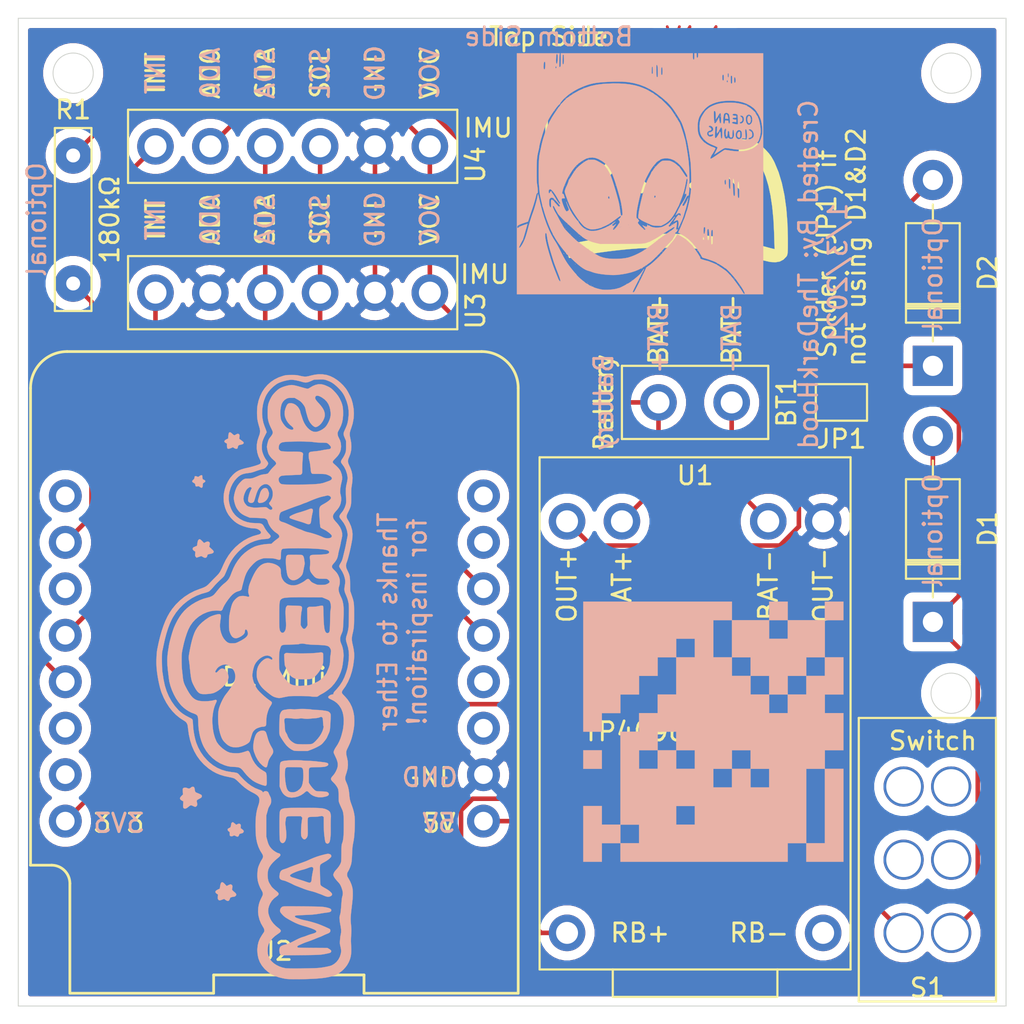
<source format=kicad_pcb>
(kicad_pcb (version 20171130) (host pcbnew "(5.1.10)-1")
  (title_block (title "Slimve VR Motherboard") (date 2022-01-03) (rev V1.1) (comment 2 creativecommons.org/licenses/by/4.0/) (comment 3 "License: CC BY 4.0") (comment 4 "Author: TheDarkHood"))
  (layers (0 F.Cu signal) (31 B.Cu signal) (34 B.Paste user) (35 F.Paste user) (36 B.SilkS user) (37 F.SilkS user) (38 B.Mask user) (39 F.Mask user) (44 Edge.Cuts user))
  (net 0 "")
  (net 1 "Net-(BT1-Pad1)")
  (net 2 "Net-(BT1-Pad2)")
  (net 3 "Net-(S1-Pad2)")
  (net 4 "Net-(U1-Pad4)")
  (net 5 "Net-(U1-Pad6)")
  (net 6 "Net-(U2-Pad8)")
  (net 7 "Net-(U2-Pad7)")
  (net 8 "Net-(U2-Pad6)")
  (net 9 "Net-(U2-Pad11)")
  (net 10 "Net-(U2-Pad5)")
  (net 11 "Net-(U2-Pad12)")
  (net 12 "Net-(U2-Pad4)")
  (net 13 "Net-(U2-Pad13)")
  (net 14 "Net-(U2-Pad3)")
  (net 15 "Net-(U2-Pad14)")
  (net 16 "Net-(U2-Pad15)")
  (net 17 "Net-(U2-Pad1)")
  (net 18 "Net-(U2-Pad16)")
  (net 19 "Net-(D1-Pad2)")
  (net 20 "Net-(D1-Pad1)")
  (net 21 "Net-(D2-Pad2)")
  (net 22 "Net-(R1-Pad2)")
  (module "SlimeVRMotherBoard:Space Clowns" (layer B.Cu) (at 168 103.5 180)
    (fp_text reference G*** hide)
    (fp_text value LOGO hide)
  )
  (module SlimeVRMotherBoard:180KΩ (layer F.Cu) (at 137 106)
    (fp_text reference R1 (at 0 -6) (layer F.SilkS))
    (fp_text value R180Ω hide)
    (fp_text user 180kΩ (at 2 0 90) (layer F.SilkS))
    (pad 2 thru_hole circle (at 0 3.5) (size 2 2) (drill 0.762) (layers *.Cu *.Mask) (net 22 "Net-(R1-Pad2)"))
    (pad 1 thru_hole circle (at 0 -3.5) (size 2 2) (drill 0.762) (layers *.Cu *.Mask) (net 2 "Net-(BT1-Pad2)"))
  )
  (module "Extra Footprints:SolderJumper-2_P1.3mm_Open_Pad1.0x1.5mm" (layer F.Cu) (at 179 116)
    (fp_text reference JP1 (at 0 2) (layer F.SilkS))
    (fp_text value SolderJumper_2_Open)
    (pad 1 smd rect (at -0.65 0) (size 1 1.5) (layers F.Cu F.Mask) (net 21 "Net-(D2-Pad2)"))
    (pad 2 smd rect (at 0.65 0) (size 1 1.5) (layers F.Cu F.Mask) (net 20 "Net-(D1-Pad1)"))
  )
  (module Diode_THT:D_DO-41_SOD81_P10.16mm_Horizontal (layer F.Cu) (at 184 114 90)
    (fp_text reference D2 (at 5.08 3 90) (layer F.SilkS))
    (fp_text value 1N5817)
    (pad 2 thru_hole oval (at 10.16 0 90) (size 2.2 2.2) (drill 1.1) (layers *.Cu *.Mask) (net 21 "Net-(D2-Pad2)"))
    (pad 1 thru_hole rect (at 0 0 90) (size 2.2 2.2) (drill 1.1) (layers *.Cu *.Mask) (net 20 "Net-(D1-Pad1)"))
  )
  (module Diode_THT:D_DO-41_SOD81_P10.16mm_Horizontal (layer F.Cu) (at 184 128 90)
    (fp_text reference D1 (at 5.08 3 90) (layer F.SilkS))
    (fp_text value 1N5817)
    (pad 2 thru_hole oval (at 10.16 0 90) (size 2.2 2.2) (drill 1.1) (layers *.Cu *.Mask) (net 19 "Net-(D1-Pad2)"))
    (pad 1 thru_hole rect (at 0 0 90) (size 2.2 2.2) (drill 1.1) (layers *.Cu *.Mask) (net 20 "Net-(D1-Pad1)"))
  )
  (module SlimeVRMotherBoard:EtherLogo (layer B.Cu) (at 172 134 180)
    (fp_text reference G*** hide)
    (fp_text value LOGO hide)
  )
  (module SlimeVRMotherBoard:SharedDreamLogo (layer B.Cu) (at 147 131 270)
    (fp_text reference G*** hide)
    (fp_text value LOGO hide)
  )
  (module SlimeVRMotherBoard:SlimeVRLogo (layer F.Cu) (at 170 105)
    (fp_text reference G*** hide)
    (fp_text value LOGO hide)
  )
  (module SlimeVRMotherBoard:Battery (layer F.Cu) (at 171 116 270)
    (fp_text reference BT1 (at 0 -5 90) (layer F.SilkS))
    (fp_text value Battery)
    (fp_text user BAT+ (at -4 2 90) (layer F.SilkS))
    (fp_text user BAT- (at -4 -2 90) (layer F.SilkS))
    (pad 1 thru_hole circle (at 0 -2 270) (size 2 2) (drill 1.2) (layers *.Cu *.Mask) (net 1 "Net-(BT1-Pad1)"))
    (pad 2 thru_hole circle (at 0 2 270) (size 2 2) (drill 1.2) (layers *.Cu *.Mask) (net 2 "Net-(BT1-Pad2)"))
  )
  (module wemos-d1-mini:wemos-d1-mini-connectors-only (layer F.Cu) (at 148 130 90)
    (fp_text reference U2 (at -16 0) (layer F.SilkS))
    (fp_text value WeMos_D1_mini)
    (pad 8 thru_hole circle (at -8.89 -11.43 90) (size 1.8 1.8) (drill 1.016) (layers *.Cu *.Mask) (net 6 "Net-(U2-Pad8)"))
    (pad 9 thru_hole circle (at -8.89 11.43 90) (size 1.8 1.8) (drill 1.016) (layers *.Cu *.Mask) (net 3 "Net-(S1-Pad2)"))
    (pad 7 thru_hole circle (at -6.35 -11.43 90) (size 1.8 1.8) (drill 1.016) (layers *.Cu *.Mask) (net 7 "Net-(U2-Pad7)"))
    (pad 10 thru_hole circle (at -6.35 11.43 90) (size 1.8 1.8) (drill 1.016) (layers *.Cu *.Mask) (net 4 "Net-(U1-Pad4)"))
    (pad 6 thru_hole circle (at -3.81 -11.43 90) (size 1.8 1.8) (drill 1.016) (layers *.Cu *.Mask) (net 8 "Net-(U2-Pad6)"))
    (pad 11 thru_hole circle (at -3.81 11.43 90) (size 1.8 1.8) (drill 1.016) (layers *.Cu *.Mask) (net 9 "Net-(U2-Pad11)"))
    (pad 5 thru_hole circle (at -1.27 -11.43 90) (size 1.8 1.8) (drill 1.016) (layers *.Cu *.Mask) (net 10 "Net-(U2-Pad5)"))
    (pad 12 thru_hole circle (at -1.27 11.43 90) (size 1.8 1.8) (drill 1.016) (layers *.Cu *.Mask) (net 11 "Net-(U2-Pad12)"))
    (pad 4 thru_hole circle (at 1.27 -11.43 90) (size 1.8 1.8) (drill 1.016) (layers *.Cu *.Mask) (net 12 "Net-(U2-Pad4)"))
    (pad 13 thru_hole circle (at 1.27 11.43 90) (size 1.8 1.8) (drill 1.016) (layers *.Cu *.Mask) (net 13 "Net-(U2-Pad13)"))
    (pad 3 thru_hole circle (at 3.81 -11.43 90) (size 1.8 1.8) (drill 1.016) (layers *.Cu *.Mask) (net 14 "Net-(U2-Pad3)"))
    (pad 14 thru_hole circle (at 3.81 11.43 90) (size 1.8 1.8) (drill 1.016) (layers *.Cu *.Mask) (net 15 "Net-(U2-Pad14)"))
    (pad 2 thru_hole circle (at 6.35 -11.43 90) (size 1.8 1.8) (drill 1.016) (layers *.Cu *.Mask) (net 22 "Net-(R1-Pad2)"))
    (pad 15 thru_hole circle (at 6.35 11.43 90) (size 1.8 1.8) (drill 1.016) (layers *.Cu *.Mask) (net 16 "Net-(U2-Pad15)"))
    (pad 1 thru_hole circle (at 8.89 -11.43 90) (size 1.8 1.8) (drill 1.016) (layers *.Cu *.Mask) (net 17 "Net-(U2-Pad1)"))
    (pad 16 thru_hole circle (at 8.89 11.43 90) (size 1.8 1.8) (drill 1.016) (layers *.Cu *.Mask) (net 18 "Net-(U2-Pad16)"))
  )
  (module SlimeVRMotherBoard:BNO080_Connector (layer F.Cu) (at 149 110 270)
    (fp_text reference U3 (at 1 -10 90) (layer F.SilkS))
    (fp_text value BN008X)
    (fp_text user VCC (at -4 -7.5 90) (layer F.SilkS))
    (fp_text user GND (at -4 -4.5 90) (layer F.SilkS))
    (fp_text user SCL (at -4 -1.5 90) (layer F.SilkS))
    (fp_text user SDA (at -4 1.5 90) (layer F.SilkS))
    (fp_text user AD0 (at -4 4.5 90) (layer F.SilkS))
    (fp_text user INT (at -4 7.5 90) (layer F.SilkS))
    (pad 3 thru_hole circle (at 0 -1.5 270) (size 2 2) (drill 1.2) (layers *.Cu *.Mask) (net 15 "Net-(U2-Pad14)"))
    (pad 2 thru_hole circle (at 0 -4.5 270) (size 2 2) (drill 1.2) (layers *.Cu *.Mask) (net 4 "Net-(U1-Pad4)"))
    (pad 1 thru_hole circle (at 0 -7.5 270) (size 2 2) (drill 1.2) (layers *.Cu *.Mask) (net 6 "Net-(U2-Pad8)"))
    (pad 4 thru_hole circle (at 0 1.5 270) (size 2 2) (drill 1.2) (layers *.Cu *.Mask) (net 13 "Net-(U2-Pad13)"))
    (pad 5 thru_hole circle (at 0 4.5 270) (size 2 2) (drill 1.2) (layers *.Cu *.Mask) (net 4 "Net-(U1-Pad4)"))
    (pad 6 thru_hole circle (at 0 7.5 270) (size 2 2) (drill 1.2) (layers *.Cu *.Mask) (net 12 "Net-(U2-Pad4)"))
  )
  (module SlimeVRMotherBoard:BNO080_Connector (layer F.Cu) (at 149 102 270)
    (fp_text reference U4 (at 1 -10 90) (layer F.SilkS))
    (fp_text value BN008X)
    (fp_text user INT (at -4 7.5 90) (layer F.SilkS))
    (fp_text user AD0 (at -4 4.5 90) (layer F.SilkS))
    (fp_text user SDA (at -4 1.5 90) (layer F.SilkS))
    (fp_text user SCL (at -4 -1.5 90) (layer F.SilkS))
    (fp_text user GND (at -4 -4.5 90) (layer F.SilkS))
    (fp_text user VCC (at -4 -7.5 90) (layer F.SilkS))
    (pad 6 thru_hole circle (at 0 7.5 270) (size 2 2) (drill 1.2) (layers *.Cu *.Mask) (net 10 "Net-(U2-Pad5)"))
    (pad 5 thru_hole circle (at 0 4.5 270) (size 2 2) (drill 1.2) (layers *.Cu *.Mask) (net 6 "Net-(U2-Pad8)"))
    (pad 4 thru_hole circle (at 0 1.5 270) (size 2 2) (drill 1.2) (layers *.Cu *.Mask) (net 13 "Net-(U2-Pad13)"))
    (pad 1 thru_hole circle (at 0 -7.5 270) (size 2 2) (drill 1.2) (layers *.Cu *.Mask) (net 6 "Net-(U2-Pad8)"))
    (pad 2 thru_hole circle (at 0 -4.5 270) (size 2 2) (drill 1.2) (layers *.Cu *.Mask) (net 4 "Net-(U1-Pad4)"))
    (pad 3 thru_hole circle (at 0 -1.5 270) (size 2 2) (drill 1.2) (layers *.Cu *.Mask) (net 15 "Net-(U2-Pad14)"))
  )
  (module SlimeVRMotherBoard:SS22F32 (layer F.Cu) (at 183.7 141)
    (fp_text reference S1 (at 0 7) (layer F.SilkS))
    (fp_text value SlideSwitch hide)
    (pad 2 thru_hole circle (at -1.3 4) (size 2.2 2.2) (drill 1.9) (layers *.Cu *.Mask) (net 3 "Net-(S1-Pad2)"))
    (pad 1 thru_hole circle (at 1.3 4) (size 2.2 2.2) (drill 1.9) (layers *.Cu *.Mask) (net 20 "Net-(D1-Pad1)"))
    (pad "" thru_hole circle (at -1.3 0) (size 2.2 2.2) (drill 1.9) (layers *.Cu *.Mask))
    (pad "" thru_hole circle (at 1.3 0) (size 2.2 2.2) (drill 1.9) (layers *.Cu *.Mask))
    (pad "" thru_hole circle (at -1.3 -4) (size 2.2 2.2) (drill 1.9) (layers *.Cu *.Mask))
    (pad "" thru_hole circle (at 1.3 -4) (size 2.2 2.2) (drill 1.9) (layers *.Cu *.Mask))
  )
  (module SlimeVRMotherBoard:4056Board (layer F.Cu) (at 171 133)
    (fp_text reference U1 (at 0 -13) (layer F.SilkS))
    (fp_text value 4056Board)
    (fp_text user OUT+ (at -7 -7 90) (layer F.SilkS))
    (fp_text user OUT- (at 7 -7 90) (layer F.SilkS))
    (fp_text user BAT+ (at -4 -7 90) (layer F.SilkS))
    (fp_text user BAT- (at 4 -7 90) (layer F.SilkS))
    (fp_text user RB+ (at -3 12 180) (layer F.SilkS))
    (fp_text user RB- (at 3.5 12 180) (layer F.SilkS))
    (pad 4 thru_hole circle (at 7 -10.5) (size 2 2) (drill 1.2) (layers *.Cu *.Mask) (net 4 "Net-(U1-Pad4)"))
    (pad 3 thru_hole circle (at 4 -10.5) (size 2 2) (drill 1.2) (layers *.Cu *.Mask) (net 1 "Net-(BT1-Pad1)"))
    (pad 5 thru_hole circle (at -7 12) (size 2 2) (drill 1.2) (layers *.Cu *.Mask) (net 19 "Net-(D1-Pad2)"))
    (pad 6 thru_hole circle (at 7 12) (size 2 2) (drill 1.2) (layers *.Cu *.Mask) (net 5 "Net-(U1-Pad6)"))
    (pad 1 thru_hole circle (at -7 -10.5) (size 2 2) (drill 1.2) (layers *.Cu *.Mask) (net 21 "Net-(D2-Pad2)"))
    (pad 2 thru_hole circle (at -4 -10.5) (size 2 2) (drill 1.2) (layers *.Cu *.Mask) (net 2 "Net-(BT1-Pad2)"))
  )
  (gr_text "Solder (JP1) if \nnot using D1&D2" (at 179 107.5 90) (layer F.SilkS) (effects (font (size 1 1))))
  (gr_text Optional (at 135 106 90) (layer B.SilkS) (effects (font (size 1 1)) (justify mirror)))
  (gr_text Optional (at 184 123 90) (layer B.SilkS) (effects (font (size 1 1)) (justify mirror)))
  (gr_text Optional (at 184 109 90) (layer B.SilkS) (effects (font (size 1 1)) (justify mirror)))
  (gr_text "Top Side" (at 163 96) (layer F.SilkS) (effects (font (size 1 1))))
  (gr_text "Bottom Side" (at 163 96) (layer B.SilkS) (effects (font (size 1 1)) (justify mirror)))
  (gr_text "Thanks to Ether\nfor inspiration!" (at 155 128 90) (layer B.SilkS) (effects (font (size 1 1)) (justify mirror)))
  (gr_text V1.1 (at 171 96) (layer F.Cu) (effects (font (size 1 1))))
  (gr_text "Created By: TheDarkHood\n1/3/2021" (at 178 109 90) (layer B.SilkS) (effects (font (size 1 1)) (justify mirror)))
  (gr_text AD0 (at 144.5 106 90) (layer B.SilkS) (effects (font (size 1 1)) (justify mirror)))
  (gr_text SDA (at 147.5 106 90) (layer B.SilkS) (effects (font (size 1 1)) (justify mirror)))
  (gr_text GND (at 153.5 106 90) (layer B.SilkS) (effects (font (size 1 1)) (justify mirror)))
  (gr_text SCL (at 150.5 106 90) (layer B.SilkS) (effects (font (size 1 1)) (justify mirror)))
  (gr_text INT (at 141.5 106 90) (layer B.SilkS) (effects (font (size 1 1)) (justify mirror)))
  (gr_text INT (at 141.5 98 90) (layer B.SilkS) (effects (font (size 1 1)) (justify mirror)))
  (gr_text AD0 (at 144.5 98 90) (layer B.SilkS) (effects (font (size 1 1)) (justify mirror)))
  (gr_text SDA (at 147.5 98 90) (layer B.SilkS) (effects (font (size 1 1)) (justify mirror)))
  (gr_text SCL (at 150.5 98 90) (layer B.SilkS) (effects (font (size 1 1)) (justify mirror)))
  (gr_text GND (at 153.5 98 90) (layer B.SilkS) (effects (font (size 1 1)) (justify mirror)))
  (gr_text VCC (at 156.5 106 90) (layer B.SilkS) (effects (font (size 1 1)) (justify mirror)))
  (gr_text VCC (at 156.5 98 90) (layer B.SilkS) (effects (font (size 1 1)) (justify mirror)))
  (gr_text 5V (at 157 139) (layer B.SilkS) (effects (font (size 1 1)) (justify mirror)))
  (gr_text GND (at 156.5 136.5) (layer B.SilkS) (effects (font (size 1 1)) (justify mirror)))
  (gr_text 3V3 (at 139.5 139) (layer B.SilkS) (effects (font (size 1 1)) (justify mirror)))
  (gr_text GND (at 156.5 136.5) (layer F.SilkS) (effects (font (size 1 1))))
  (gr_text 5V (at 157 139) (layer F.SilkS) (effects (font (size 1 1))))
  (gr_text 3V3 (at 139.5 139) (layer F.SilkS) (effects (font (size 1 1))))
  (gr_text Switch (at 184 134.5) (layer F.SilkS) (effects (font (size 1 1))))
  (gr_text Battery (at 166 116 90) (layer B.SilkS) (effects (font (size 1 1)) (justify mirror)))
  (gr_text BAT- (at 173 112.5 90) (layer B.SilkS) (effects (font (size 1 1)) (justify mirror)))
  (gr_text BAT+ (at 169 112.5 90) (layer B.SilkS) (effects (font (size 1 1)) (justify mirror)))
  (gr_text Battery (at 166 116 90) (layer F.SilkS) (effects (font (size 1 1))))
  (gr_text IMU (at 159.5 109) (layer F.SilkS) (effects (font (size 1 1))))
  (gr_text "IMU AUX" (at 161.5 101) (layer F.SilkS) (effects (font (size 1 1))))
  (gr_text "TP4096 Charger" (at 171 134) (layer F.SilkS) (effects (font (size 1 1))))
  (gr_text "D1 Mini\n" (at 148 131) (layer F.SilkS) (effects (font (size 1 1))))
  (gr_circle (center 185 131.9) (end 186.1 131.9) (layer Edge.Cuts) (width 0.05))
  (gr_circle (center 137 98) (end 138.1 98) (layer Edge.Cuts) (width 0.05))
  (gr_circle (center 185 98) (end 186.1 98) (layer Edge.Cuts) (width 0.05))
  (gr_line (start 188 95) (end 188 149) (layer Edge.Cuts) (width 0.05))
  (gr_line (start 134 95) (end 188 95) (layer Edge.Cuts) (width 0.05))
  (gr_line (start 134 149) (end 134 95) (layer Edge.Cuts) (width 0.05))
  (gr_line (start 188 149) (end 134 149) (layer Edge.Cuts) (width 0.05))
  (segment (start 173 120.5) (end 175 122.5) (width 0.25) (layer F.Cu) (net 1))
  (segment (start 173 116) (end 173 120.5) (width 0.25) (layer F.Cu) (net 1))
  (segment (start 156.010992 99.54999) (end 161 104.538998) (width 0.25) (layer F.Cu) (net 2))
  (segment (start 139.95001 99.54999) (end 156.010992 99.54999) (width 0.25) (layer F.Cu) (net 2))
  (segment (start 137 102.5) (end 139.95001 99.54999) (width 0.25) (layer F.Cu) (net 2))
  (segment (start 161 104.538998) (end 161 112) (width 0.25) (layer F.Cu) (net 2))
  (segment (start 165 116) (end 169 116) (width 0.25) (layer F.Cu) (net 2))
  (segment (start 161 112) (end 165 116) (width 0.25) (layer F.Cu) (net 2))
  (segment (start 169 120.5) (end 167 122.5) (width 0.25) (layer F.Cu) (net 2))
  (segment (start 169 116) (end 169 120.5) (width 0.25) (layer F.Cu) (net 2))
  (segment (start 176.29 138.89) (end 159.43 138.89) (width 0.25) (layer F.Cu) (net 3))
  (segment (start 182.4 145) (end 176.29 138.89) (width 0.25) (layer F.Cu) (net 3))
  (segment (start 153.5 102) (end 153.5 110) (width 0.25) (layer F.Cu) (net 4))
  (segment (start 156.5 102) (end 156.5 110) (width 0.25) (layer F.Cu) (net 6))
  (segment (start 162 115.5) (end 156.5 110) (width 0.25) (layer F.Cu) (net 6))
  (segment (start 160.504999 132.495001) (end 162 131) (width 0.25) (layer F.Cu) (net 6))
  (segment (start 162 131) (end 162 115.5) (width 0.25) (layer F.Cu) (net 6))
  (segment (start 142.964999 132.495001) (end 160.504999 132.495001) (width 0.25) (layer F.Cu) (net 6))
  (segment (start 136.57 138.89) (end 142.964999 132.495001) (width 0.25) (layer F.Cu) (net 6))
  (segment (start 156.5 102) (end 154.5 100) (width 0.25) (layer F.Cu) (net 6))
  (segment (start 146.5 100) (end 144.5 102) (width 0.25) (layer F.Cu) (net 6))
  (segment (start 154.5 100) (end 146.5 100) (width 0.25) (layer F.Cu) (net 6))
  (segment (start 136.57 131.27) (end 135 129.7) (width 0.25) (layer F.Cu) (net 10))
  (segment (start 135 108.5) (end 141.5 102) (width 0.25) (layer F.Cu) (net 10))
  (segment (start 135 129.7) (end 135 108.5) (width 0.25) (layer F.Cu) (net 10))
  (segment (start 141.5 123.8) (end 141.5 110) (width 0.25) (layer F.Cu) (net 12))
  (segment (start 136.57 128.73) (end 141.5 123.8) (width 0.25) (layer F.Cu) (net 12))
  (segment (start 147.5 102) (end 147.5 110) (width 0.25) (layer F.Cu) (net 13))
  (segment (start 147.5 116.8) (end 147.5 110) (width 0.25) (layer F.Cu) (net 13))
  (segment (start 159.43 128.73) (end 147.5 116.8) (width 0.25) (layer F.Cu) (net 13))
  (segment (start 150.5 110) (end 150.5 102) (width 0.25) (layer F.Cu) (net 15))
  (segment (start 150.5 117.26) (end 150.5 110) (width 0.25) (layer F.Cu) (net 15))
  (segment (start 159.43 126.19) (end 150.5 117.26) (width 0.25) (layer F.Cu) (net 15))
  (segment (start 184 118.461002) (end 184 117.84) (width 0.25) (layer F.Cu) (net 19))
  (segment (start 184 120) (end 184 117.84) (width 0.25) (layer F.Cu) (net 19))
  (segment (start 177.335001 126.664999) (end 184 120) (width 0.25) (layer F.Cu) (net 19))
  (segment (start 177.335001 137.664999) (end 177.335001 126.664999) (width 0.25) (layer F.Cu) (net 19))
  (segment (start 158.841999 137.664999) (end 177.335001 137.664999) (width 0.25) (layer F.Cu) (net 19))
  (segment (start 158.204999 138.301999) (end 158.841999 137.664999) (width 0.25) (layer F.Cu) (net 19))
  (segment (start 158.204999 140.619212) (end 158.204999 138.301999) (width 0.25) (layer F.Cu) (net 19))
  (segment (start 162.585787 145) (end 158.204999 140.619212) (width 0.25) (layer F.Cu) (net 19))
  (segment (start 164 145) (end 162.585787 145) (width 0.25) (layer F.Cu) (net 19))
  (segment (start 185.425001 126.574999) (end 184 128) (width 0.25) (layer F.Cu) (net 20))
  (segment (start 185.425001 117.155999) (end 185.425001 126.574999) (width 0.25) (layer F.Cu) (net 20))
  (segment (start 179.65 116) (end 179.65 115.35) (width 0.25) (layer F.Cu) (net 20))
  (segment (start 186.454623 130.454623) (end 184 128) (width 0.25) (layer F.Cu) (net 20))
  (segment (start 186.454623 143.545377) (end 186.454623 130.454623) (width 0.25) (layer F.Cu) (net 20))
  (segment (start 185 145) (end 186.454623 143.545377) (width 0.25) (layer F.Cu) (net 20))
  (segment (start 179.65 116) (end 182 116) (width 0.25) (layer F.Cu) (net 20))
  (segment (start 184.269002 116) (end 185.425001 117.155999) (width 0.25) (layer F.Cu) (net 20))
  (segment (start 179.65 116) (end 184.269002 116) (width 0.25) (layer F.Cu) (net 20))
  (segment (start 179.65 116) (end 179.65 114.35) (width 0.25) (layer F.Cu) (net 20))
  (segment (start 180 114) (end 184 114) (width 0.25) (layer F.Cu) (net 20))
  (segment (start 179.65 114.35) (end 180 114) (width 0.25) (layer F.Cu) (net 20))
  (segment (start 178.35 109.49) (end 184 103.84) (width 0.25) (layer F.Cu) (net 21))
  (segment (start 178.35 116) (end 178.35 109.49) (width 0.25) (layer F.Cu) (net 21))
  (segment (start 175.636001 123.825001) (end 165.325001 123.825001) (width 0.25) (layer F.Cu) (net 21))
  (segment (start 176.674999 117.675001) (end 176.674999 122.786003) (width 0.25) (layer F.Cu) (net 21))
  (segment (start 165.325001 123.825001) (end 164 122.5) (width 0.25) (layer F.Cu) (net 21))
  (segment (start 176.674999 122.786003) (end 175.636001 123.825001) (width 0.25) (layer F.Cu) (net 21))
  (segment (start 178.35 116) (end 176.674999 117.675001) (width 0.25) (layer F.Cu) (net 21))
  (segment (start 137.999999 122.220001) (end 136.57 123.65) (width 0.25) (layer F.Cu) (net 22))
  (segment (start 137.999999 110.499999) (end 137.999999 122.220001) (width 0.25) (layer F.Cu) (net 22))
  (segment (start 137 109.5) (end 137.999999 110.499999) (width 0.25) (layer F.Cu) (net 22))
  (zone (net 4) (net_name "Net-(U1-Pad4)") (layer F.Cu) (connect_pads (clearance 0.508)) (min_thickness 0.254) (fill yes (arc_segments 32) (thermal_gap 0.508) (thermal_bridge_width 0.508))
    (polygon (pts (xy 189 150) (xy 133 150) (xy 133 94) (xy 189 94)))
  )
  (zone (net 4) (net_name "Net-(U1-Pad4)") (layer B.Cu) (connect_pads (clearance 0.508)) (min_thickness 0.254) (fill yes (arc_segments 32) (thermal_gap 0.508) (thermal_bridge_width 0.508))
    (polygon (pts (xy 189 150) (xy 133 150) (xy 133 94) (xy 189 94)))
  )
)
</source>
